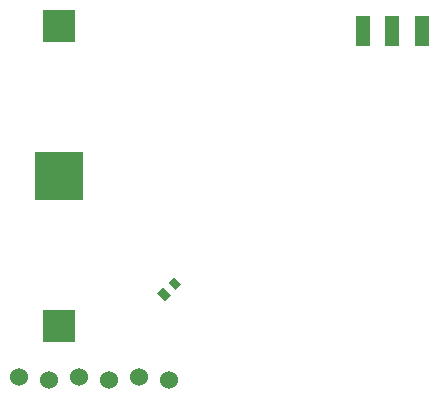
<source format=gbs>
G75*
%MOIN*%
%OFA0B0*%
%FSLAX25Y25*%
%IPPOS*%
%LPD*%
%AMOC8*
5,1,8,0,0,1.08239X$1,22.5*
%
%ADD10R,0.10950X0.10950*%
%ADD11R,0.16000X0.16000*%
%ADD12C,0.06000*%
%ADD13R,0.02756X0.03543*%
%ADD14R,0.04700X0.09900*%
D10*
X0168400Y0036300D03*
X0168400Y0136300D03*
D11*
X0168400Y0086300D03*
D12*
X0155300Y0019500D03*
X0165300Y0018500D03*
X0175300Y0019500D03*
X0185300Y0018500D03*
X0195300Y0019500D03*
X0205300Y0018500D03*
D13*
G36*
X0205646Y0046643D02*
X0203697Y0044694D01*
X0201194Y0047197D01*
X0203143Y0049146D01*
X0205646Y0046643D01*
G37*
G36*
X0209265Y0050262D02*
X0207316Y0048313D01*
X0204813Y0050816D01*
X0206762Y0052765D01*
X0209265Y0050262D01*
G37*
D14*
X0289400Y0134700D03*
X0279600Y0134700D03*
X0269800Y0134700D03*
M02*

</source>
